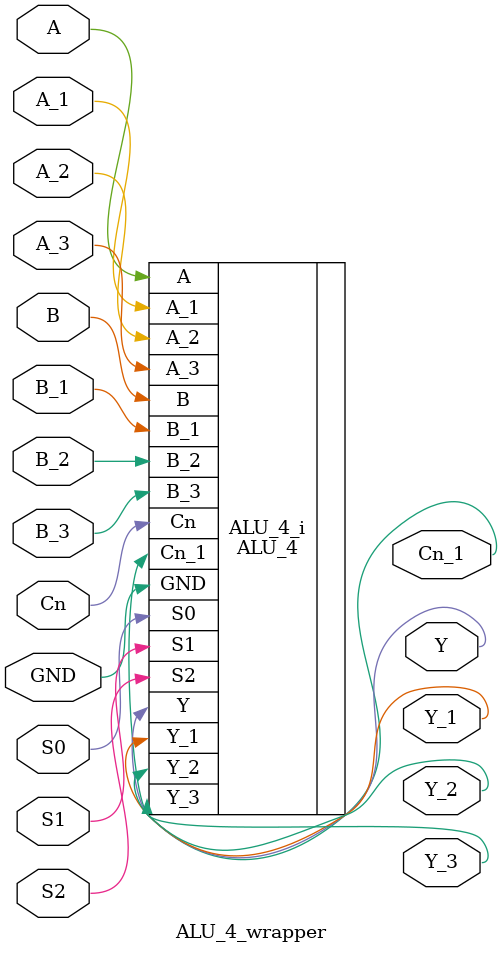
<source format=v>
`timescale 1 ps / 1 ps

module ALU_4_wrapper
   (A,
    A_1,
    A_2,
    A_3,
    B,
    B_1,
    B_2,
    B_3,
    Cn,
    Cn_1,
    GND,
    S0,
    S1,
    S2,
    Y,
    Y_1,
    Y_2,
    Y_3);
  input A;
  input A_1;
  input A_2;
  input A_3;
  input B;
  input B_1;
  input B_2;
  input B_3;
  input Cn;
  output Cn_1;
  input GND;
  input S0;
  input S1;
  input S2;
  output Y;
  output Y_1;
  output Y_2;
  output Y_3;

  wire A;
  wire A_1;
  wire A_2;
  wire A_3;
  wire B;
  wire B_1;
  wire B_2;
  wire B_3;
  wire Cn;
  wire Cn_1;
  wire GND;
  wire S0;
  wire S1;
  wire S2;
  wire Y;
  wire Y_1;
  wire Y_2;
  wire Y_3;

  ALU_4 ALU_4_i
       (.A(A),
        .A_1(A_1),
        .A_2(A_2),
        .A_3(A_3),
        .B(B),
        .B_1(B_1),
        .B_2(B_2),
        .B_3(B_3),
        .Cn(Cn),
        .Cn_1(Cn_1),
        .GND(GND),
        .S0(S0),
        .S1(S1),
        .S2(S2),
        .Y(Y),
        .Y_1(Y_1),
        .Y_2(Y_2),
        .Y_3(Y_3));
endmodule

</source>
